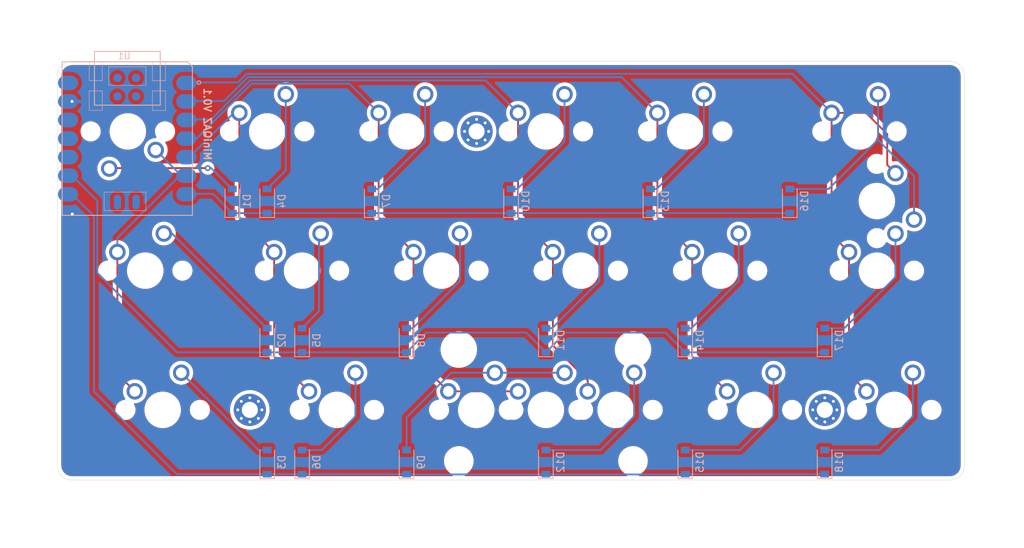
<source format=kicad_pcb>
(kicad_pcb (version 20171130) (host pcbnew 5.1.9)
  (layers (0 F.Cu signal) (31 B.Cu signal) (34 B.Paste user) (35 F.Paste user) (36 B.SilkS user) (37 F.SilkS user) (38 B.Mask user) (39 F.Mask user) (44 Edge.Cuts user))
  (net 0 "")
  (net 1 "Net-(D1-Pad2)")
  (net 2 row0)
  (net 3 "Net-(D2-Pad2)")
  (net 4 row1)
  (net 5 "Net-(D3-Pad2)")
  (net 6 row2)
  (net 7 "Net-(D4-Pad2)")
  (net 8 "Net-(D5-Pad2)")
  (net 9 "Net-(D6-Pad2)")
  (net 10 "Net-(D7-Pad2)")
  (net 11 "Net-(D8-Pad2)")
  (net 12 srow)
  (net 13 "Net-(D10-Pad2)")
  (net 14 "Net-(D11-Pad2)")
  (net 15 "Net-(D12-Pad2)")
  (net 16 "Net-(D13-Pad2)")
  (net 17 "Net-(D14-Pad2)")
  (net 18 "Net-(D15-Pad2)")
  (net 19 erow)
  (net 20 "Net-(D17-Pad2)")
  (net 21 "Net-(D18-Pad2)")
  (net 22 +3V3)
  (net 23 GND)
  (net 24 +5V)
  (net 25 col0)
  (net 26 col1)
  (net 27 col2)
  (net 28 col3)
  (net 29 col4)
  (net 30 col5)
  (net 31 "Net-(U1-Pad20)")
  (net 32 "Net-(U1-Pad19)")
  (net 33 "Net-(U1-Pad18)")
  (net 34 "Net-(U1-Pad17)")
  (net 35 "Net-(U1-Pad16)")
  (net 36 "Net-(U1-Pad15)")
  (net 37 "Net-(U1-Pad11)")
  (net 38 "Net-(U1-Pad10)")
  (module "Seeeduino XIAO KICAD:Seeeduino XIAO-MOUDLE14P-2.54-21X17.8MM" (layer B.Cu) (at 142.475 78.98125 180)
    (fp_text reference U1 (at 0.50927 11.303 180) (layer B.SilkS) (effects (font (size 0.889 0.889) (thickness 0.1016)) (justify mirror)))
    (fp_text value " " hide)
    (fp_line (start -2.47523 7.3025) (end 2.60477 7.3025) (layer B.SilkS) (width 0.06604))
    (fp_line (start 2.60477 7.3025) (end 2.60477 9.8425) (layer B.SilkS) (width 0.06604))
    (fp_line (start -2.47523 9.8425) (end 2.60477 9.8425) (layer B.SilkS) (width 0.06604))
    (fp_line (start -2.47523 7.3025) (end -2.47523 9.8425) (layer B.SilkS) (width 0.06604))
    (fp_line (start -2.47523 -9.8425) (end 3.23977 -9.8425) (layer B.SilkS) (width 0.06604))
    (fp_line (start 3.23977 -9.8425) (end 3.23977 -7.3025) (layer B.SilkS) (width 0.06604))
    (fp_line (start -2.47523 -7.3025) (end 3.23977 -7.3025) (layer B.SilkS) (width 0.06604))
    (fp_line (start -2.47523 -9.8425) (end -2.47523 -7.3025) (layer B.SilkS) (width 0.06604))
    (fp_line (start -5.14223 7.9375) (end -3.36423 7.9375) (layer B.SilkS) (width 0.06604))
    (fp_line (start -3.36423 7.9375) (end -3.36423 10.6045) (layer B.SilkS) (width 0.06604))
    (fp_line (start -5.14223 10.6045) (end -3.36423 10.6045) (layer B.SilkS) (width 0.06604))
    (fp_line (start -5.14223 7.9375) (end -5.14223 10.6045) (layer B.SilkS) (width 0.06604))
    (fp_line (start -5.14223 3.87096) (end -3.36423 3.87096) (layer B.SilkS) (width 0.06604))
    (fp_line (start -3.36423 3.87096) (end -3.36423 6.5405) (layer B.SilkS) (width 0.06604))
    (fp_line (start -5.14223 6.5405) (end -3.36423 6.5405) (layer B.SilkS) (width 0.06604))
    (fp_line (start -5.14223 3.87096) (end -5.14223 6.5405) (layer B.SilkS) (width 0.06604))
    (fp_line (start 3.49377 3.87096) (end 5.27177 3.87096) (layer B.SilkS) (width 0.06604))
    (fp_line (start 5.27177 3.87096) (end 5.27177 6.5405) (layer B.SilkS) (width 0.06604))
    (fp_line (start 3.49377 6.5405) (end 5.27177 6.5405) (layer B.SilkS) (width 0.06604))
    (fp_line (start 3.49377 3.87096) (end 3.49377 6.5405) (layer B.SilkS) (width 0.06604))
    (fp_line (start 3.49377 7.9375) (end 5.27177 7.9375) (layer B.SilkS) (width 0.06604))
    (fp_line (start 5.27177 7.9375) (end 5.27177 10.6045) (layer B.SilkS) (width 0.06604))
    (fp_line (start 3.49377 10.6045) (end 5.27177 10.6045) (layer B.SilkS) (width 0.06604))
    (fp_line (start 3.49377 7.9375) (end 3.49377 10.6045) (layer B.SilkS) (width 0.06604))
    (fp_line (start -8.82523 -10.4775) (end 8.97255 -10.4775) (layer B.SilkS) (width 0.127))
    (fp_line (start 8.97255 -10.4775) (end 8.97255 10.52068) (layer B.SilkS) (width 0.127))
    (fp_line (start 8.97255 10.52068) (end -8.15467 10.52068) (layer B.SilkS) (width 0.127))
    (fp_line (start -8.15467 10.52068) (end -8.82523 9.85012) (layer B.SilkS) (width 0.127))
    (fp_line (start -8.82523 9.85012) (end -8.82523 -10.4775) (layer B.SilkS) (width 0.127))
    (fp_line (start -4.42595 11.94562) (end 4.56819 11.94562) (layer B.SilkS) (width 0.127))
    (fp_line (start 4.56819 11.94562) (end 4.56819 4.59232) (layer B.SilkS) (width 0.127))
    (fp_line (start 4.56819 4.59232) (end -4.43103 4.59232) (layer B.SilkS) (width 0.127))
    (fp_line (start -4.43103 4.59232) (end -4.43103 11.94562) (layer B.SilkS) (width 0.127))
    (fp_circle (center -9.71423 7.6835) (end -9.71423 7.9375) (layer B.SilkS) (width 0.1))
    (pad 20 smd circle (at 1.413573 5.786687 90) (size 1.143 1.143) (layers B.Cu B.Paste B.Mask) (net 31 "Net-(U1-Pad20)"))
    (pad 19 smd circle (at -1.126427 5.786687 90) (size 1.143 1.143) (layers B.Cu B.Paste B.Mask) (net 32 "Net-(U1-Pad19)"))
    (pad 18 smd circle (at 1.413573 8.326687 90) (size 1.143 1.143) (layers B.Cu B.Paste B.Mask) (net 33 "Net-(U1-Pad18)"))
    (pad 17 smd circle (at -1.126427 8.326687 90) (size 1.143 1.143) (layers B.Cu B.Paste B.Mask) (net 34 "Net-(U1-Pad17)"))
    (pad 16 smd oval (at 1.42477 -8.6775 90) (size 2.032 1.016) (layers B.Cu B.Paste B.Mask) (net 35 "Net-(U1-Pad16)"))
    (pad 15 smd oval (at -1.12523 -8.6775 90) (size 2.032 1.016) (layers B.Cu B.Paste B.Mask) (net 36 "Net-(U1-Pad15)"))
    (pad 1 smd oval (at -7.99211 7.64032 180) (size 2.74828 1.99898) (layers B.Cu B.Paste B.Mask) (net 30 col5))
    (pad 2 smd oval (at -7.99211 5.10032 180) (size 2.74828 1.99898) (layers B.Cu B.Paste B.Mask) (net 29 col4))
    (pad 3 smd oval (at -7.99211 2.56032 180) (size 2.74828 1.99898) (layers B.Cu B.Paste B.Mask) (net 28 col3))
    (pad 4 smd oval (at -7.99211 0.02032 180) (size 2.74828 1.99898) (layers B.Cu B.Paste B.Mask) (net 27 col2))
    (pad 5 smd oval (at -7.99211 -2.51968 180) (size 2.74828 1.99898) (layers B.Cu B.Paste B.Mask) (net 26 col1))
    (pad 6 smd oval (at -7.99211 -5.05968 180) (size 2.74828 1.99898) (layers B.Cu B.Paste B.Mask) (net 25 col0))
    (pad 7 smd oval (at -7.99211 -7.59968 180) (size 2.74828 1.99898) (layers B.Cu B.Paste B.Mask) (net 2 row0))
    (pad 8 smd oval (at 8.17245 -7.59968 180) (size 2.74828 1.99898) (layers B.Cu B.Paste B.Mask) (net 6 row2))
    (pad 9 smd oval (at 8.17245 -5.05968 180) (size 2.74828 1.99898) (layers B.Cu B.Paste B.Mask) (net 4 row1))
    (pad 10 smd oval (at 8.17245 -2.51968 180) (size 2.74828 1.99898) (layers B.Cu B.Paste B.Mask) (net 38 "Net-(U1-Pad10)"))
    (pad 11 smd oval (at 8.17245 0.02032 180) (size 2.74828 1.99898) (layers B.Cu B.Paste B.Mask) (net 37 "Net-(U1-Pad11)"))
    (pad 12 smd oval (at 8.17245 2.56032 180) (size 2.74828 1.99898) (layers B.Cu B.Paste B.Mask) (net 22 +3V3))
    (pad 13 smd oval (at 8.17245 5.10032 180) (size 2.74828 1.99898) (layers B.Cu B.Paste B.Mask) (net 23 GND))
    (pad 14 smd oval (at 8.17245 7.64032 180) (size 2.74828 1.99898) (layers B.Cu B.Paste B.Mask) (net 24 +5V))
  )
  (module graphics:mangoiv_solder (layer B.Cu) (at 132.85 120.58125 180)
    (fp_text reference G*** hide)
    (fp_text value LOGO hide)
  )
  (module MountingHole:MountingHole_2.2mm_M2_Pad_Via (layer F.Cu) (at 159.15 116.08125)
    (fp_text reference " " (at 0 -3.2) (layer F.SilkS))
    (fp_text value MountingHole_2.2mm_M2_Pad_Via)
    (pad 1 thru_hole circle (at 1.166726 -1.166726) (size 0.7 0.7) (drill 0.4) (layers *.Cu *.Mask))
    (pad 1 thru_hole circle (at 0 -1.65) (size 0.7 0.7) (drill 0.4) (layers *.Cu *.Mask))
    (pad 1 thru_hole circle (at -1.166726 -1.166726) (size 0.7 0.7) (drill 0.4) (layers *.Cu *.Mask))
    (pad 1 thru_hole circle (at -1.65 0) (size 0.7 0.7) (drill 0.4) (layers *.Cu *.Mask))
    (pad 1 thru_hole circle (at -1.166726 1.166726) (size 0.7 0.7) (drill 0.4) (layers *.Cu *.Mask))
    (pad 1 thru_hole circle (at 0 1.65) (size 0.7 0.7) (drill 0.4) (layers *.Cu *.Mask))
    (pad 1 thru_hole circle (at 1.166726 1.166726) (size 0.7 0.7) (drill 0.4) (layers *.Cu *.Mask))
    (pad 1 thru_hole circle (at 1.65 0) (size 0.7 0.7) (drill 0.4) (layers *.Cu *.Mask))
    (pad 1 thru_hole circle (at 0 0) (size 4.4 4.4) (drill 2.2) (layers *.Cu *.Mask))
  )
  (module MountingHole:MountingHole_2.2mm_M2_Pad_Via (layer F.Cu) (at 237.75 116.08125)
    (fp_text reference " " (at 0 -3.2) (layer F.SilkS))
    (fp_text value MountingHole_2.2mm_M2_Pad_Via)
    (pad 1 thru_hole circle (at 1.166726 -1.166726) (size 0.7 0.7) (drill 0.4) (layers *.Cu *.Mask))
    (pad 1 thru_hole circle (at 0 -1.65) (size 0.7 0.7) (drill 0.4) (layers *.Cu *.Mask))
    (pad 1 thru_hole circle (at -1.166726 -1.166726) (size 0.7 0.7) (drill 0.4) (layers *.Cu *.Mask))
    (pad 1 thru_hole circle (at -1.65 0) (size 0.7 0.7) (drill 0.4) (layers *.Cu *.Mask))
    (pad 1 thru_hole circle (at -1.166726 1.166726) (size 0.7 0.7) (drill 0.4) (layers *.Cu *.Mask))
    (pad 1 thru_hole circle (at 0 1.65) (size 0.7 0.7) (drill 0.4) (layers *.Cu *.Mask))
    (pad 1 thru_hole circle (at 1.166726 1.166726) (size 0.7 0.7) (drill 0.4) (layers *.Cu *.Mask))
    (pad 1 thru_hole circle (at 1.65 0) (size 0.7 0.7) (drill 0.4) (layers *.Cu *.Mask))
    (pad 1 thru_hole circle (at 0 0) (size 4.4 4.4) (drill 2.2) (layers *.Cu *.Mask))
  )
  (module MountingHole:MountingHole_2.2mm_M2_Pad_Via (layer F.Cu) (at 190.15 77.98125)
    (fp_text reference " " (at 0 -3.2) (layer F.SilkS))
    (fp_text value MountingHole_2.2mm_M2_Pad_Via)
    (pad 1 thru_hole circle (at 1.166726 -1.166726) (size 0.7 0.7) (drill 0.4) (layers *.Cu *.Mask))
    (pad 1 thru_hole circle (at 0 -1.65) (size 0.7 0.7) (drill 0.4) (layers *.Cu *.Mask))
    (pad 1 thru_hole circle (at -1.166726 -1.166726) (size 0.7 0.7) (drill 0.4) (layers *.Cu *.Mask))
    (pad 1 thru_hole circle (at -1.65 0) (size 0.7 0.7) (drill 0.4) (layers *.Cu *.Mask))
    (pad 1 thru_hole circle (at -1.166726 1.166726) (size 0.7 0.7) (drill 0.4) (layers *.Cu *.Mask))
    (pad 1 thru_hole circle (at 0 1.65) (size 0.7 0.7) (drill 0.4) (layers *.Cu *.Mask))
    (pad 1 thru_hole circle (at 1.166726 1.166726) (size 0.7 0.7) (drill 0.4) (layers *.Cu *.Mask))
    (pad 1 thru_hole circle (at 1.65 0) (size 0.7 0.7) (drill 0.4) (layers *.Cu *.Mask))
    (pad 1 thru_hole circle (at 0 0) (size 4.4 4.4) (drill 2.2) (layers *.Cu *.Mask))
  )
  (module MX_Alps_Hybrid:MXOnly-2U-ReversedStabilizers-NoLED (layer F.Cu) (at 199.625 116.08125)
    (fp_text reference MX19)
    (fp_text value MX-NoLED)
    (pad 2 thru_hole circle (at 2.54 -5.08) (size 2.25 2.25) (drill 1.47) (layers *.Cu B.Mask) (net 12 srow))
    (pad "" np_thru_hole circle (at 0 0) (size 3.9878 3.9878) (drill 3.9878) (layers *.Cu *.Mask))
    (pad 1 thru_hole circle (at -3.81 -2.54) (size 2.25 2.25) (drill 1.47) (layers *.Cu B.Mask) (net 27 col2))
    (pad "" np_thru_hole circle (at -5.08 0 48.0996) (size 1.75 1.75) (drill 1.75) (layers *.Cu *.Mask))
    (pad "" np_thru_hole circle (at 5.08 0 48.0996) (size 1.75 1.75) (drill 1.75) (layers *.Cu *.Mask))
    (pad "" np_thru_hole circle (at -11.90625 6.985) (size 3.048 3.048) (drill 3.048) (layers *.Cu *.Mask))
    (pad "" np_thru_hole circle (at 11.90625 6.985) (size 3.048 3.048) (drill 3.048) (layers *.Cu *.Mask))
    (pad "" np_thru_hole circle (at -11.90625 -8.255) (size 3.9878 3.9878) (drill 3.9878) (layers *.Cu *.Mask))
    (pad "" np_thru_hole circle (at 11.90625 -8.255) (size 3.9878 3.9878) (drill 3.9878) (layers *.Cu *.Mask))
  )
  (module MX_Alps_Hybrid:MXOnly-1U-NoLED (layer F.Cu) (at 244.86875 87.50625 270)
    (fp_text reference MX20)
    (fp_text value MX-NoLED)
    (pad 2 thru_hole circle (at 2.54 -5.08 270) (size 2.25 2.25) (drill 1.47) (layers *.Cu B.Mask) (net 19 erow))
    (pad "" np_thru_hole circle (at 0 0 270) (size 3.9878 3.9878) (drill 3.9878) (layers *.Cu *.Mask))
    (pad 1 thru_hole circle (at -3.81 -2.54 270) (size 2.25 2.25) (drill 1.47) (layers *.Cu B.Mask) (net 30 col5))
    (pad "" np_thru_hole circle (at -5.08 0 318.0996) (size 1.75 1.75) (drill 1.75) (layers *.Cu *.Mask))
    (pad "" np_thru_hole circle (at 5.08 0 318.0996) (size 1.75 1.75) (drill 1.75) (layers *.Cu *.Mask))
  )
  (module Diode_SMD:D_SOD-123 (layer B.Cu) (at 156.7625 87.50625 90)
    (fp_text reference D1 (at 0 2 -90) (layer B.SilkS) (effects (justify mirror)))
    (fp_text value D_Small)
    (fp_line (start -2.25 1) (end 1.65 1) (layer B.SilkS) (width 0.12))
    (fp_line (start -2.25 -1) (end 1.65 -1) (layer B.SilkS) (width 0.12))
    (fp_line (start -2.25 1) (end -2.25 -1) (layer B.SilkS) (width 0.12))
    (pad 2 smd rect (at 1.65 0 90) (size 0.9 1.2) (layers B.Cu B.Paste B.Mask) (net 1 "Net-(D1-Pad2)"))
    (pad 1 smd rect (at -1.65 0 90) (size 0.9 1.2) (layers B.Cu B.Paste B.Mask) (net 2 row0))
  )
  (module MX_Alps_Hybrid:MXOnly-1U-NoLED (layer F.Cu) (at 247.25 116.08125)
    (fp_text reference MX18)
    (fp_text value MX-NoLED)
    (pad 2 thru_hole circle (at 2.54 -5.08) (size 2.25 2.25) (drill 1.47) (layers *.Cu B.Mask) (net 21 "Net-(D18-Pad2)"))
    (pad "" np_thru_hole circle (at 0 0) (size 3.9878 3.9878) (drill 3.9878) (layers *.Cu *.Mask))
    (pad 1 thru_hole circle (at -3.81 -2.54) (size 2.25 2.25) (drill 1.47) (layers *.Cu B.Mask) (net 30 col5))
    (pad "" np_thru_hole circle (at -5.08 0 48.0996) (size 1.75 1.75) (drill 1.75) (layers *.Cu *.Mask))
    (pad "" np_thru_hole circle (at 5.08 0 48.0996) (size 1.75 1.75) (drill 1.75) (layers *.Cu *.Mask))
  )
  (module MX_Alps_Hybrid:MXOnly-1.25U-NoLED (layer F.Cu) (at 244.86875 97.03125)
    (fp_text reference MX17)
    (fp_text value MX-NoLED)
    (pad 2 thru_hole circle (at 2.54 -5.08) (size 2.25 2.25) (drill 1.47) (layers *.Cu B.Mask) (net 20 "Net-(D17-Pad2)"))
    (pad "" np_thru_hole circle (at 0 0) (size 3.9878 3.9878) (drill 3.9878) (layers *.Cu *.Mask))
    (pad 1 thru_hole circle (at -3.81 -2.54) (size 2.25 2.25) (drill 1.47) (layers *.Cu B.Mask) (net 30 col5))
    (pad "" np_thru_hole circle (at -5.08 0 48.0996) (size 1.75 1.75) (drill 1.75) (layers *.Cu *.Mask))
    (pad "" np_thru_hole circle (at 5.08 0 48.0996) (size 1.75 1.75) (drill 1.75) (layers *.Cu *.Mask))
  )
  (module MX_Alps_Hybrid:MXOnly-1.5U-NoLED (layer F.Cu) (at 242.4875 77.98125)
    (fp_text reference MX16)
    (fp_text value MX-NoLED)
    (pad 2 thru_hole circle (at 2.54 -5.08) (size 2.25 2.25) (drill 1.47) (layers *.Cu B.Mask) (net 19 erow))
    (pad "" np_thru_hole circle (at 0 0) (size 3.9878 3.9878) (drill 3.9878) (layers *.Cu *.Mask))
    (pad 1 thru_hole circle (at -3.81 -2.54) (size 2.25 2.25) (drill 1.47) (layers *.Cu B.Mask) (net 30 col5))
    (pad "" np_thru_hole circle (at -5.08 0 48.0996) (size 1.75 1.75) (drill 1.75) (layers *.Cu *.Mask))
    (pad "" np_thru_hole circle (at 5.08 0 48.0996) (size 1.75 1.75) (drill 1.75) (layers *.Cu *.Mask))
  )
  (module MX_Alps_Hybrid:MXOnly-1U-NoLED (layer F.Cu) (at 228.2 116.08125)
    (fp_text reference MX15)
    (fp_text value MX-NoLED)
    (pad 2 thru_hole circle (at 2.54 -5.08) (size 2.25 2.25) (drill 1.47) (layers *.Cu B.Mask) (net 18 "Net-(D15-Pad2)"))
    (pad "" np_thru_hole circle (at 0 0) (size 3.9878 3.9878) (drill 3.9878) (layers *.Cu *.Mask))
    (pad 1 thru_hole circle (at -3.81 -2.54) (size 2.25 2.25) (drill 1.47) (layers *.Cu B.Mask) (net 29 col4))
    (pad "" np_thru_hole circle (at -5.08 0 48.0996) (size 1.75 1.75) (drill 1.75) (layers *.Cu *.Mask))
    (pad "" np_thru_hole circle (at 5.08 0 48.0996) (size 1.75 1.75) (drill 1.75) (layers *.Cu *.Mask))
  )
  (module MX_Alps_Hybrid:MXOnly-1U-NoLED (layer F.Cu) (at 223.4375 97.03125)
    (fp_text reference MX14)
    (fp_text value MX-NoLED)
    (pad 2 thru_hole circle (at 2.54 -5.08) (size 2.25 2.25) (drill 1.47) (layers *.Cu B.Mask) (net 17 "Net-(D14-Pad2)"))
    (pad "" np_thru_hole circle (at 0 0) (size 3.9878 3.9878) (drill 3.9878) (layers *.Cu *.Mask))
    (pad 1 thru_hole circle (at -3.81 -2.54) (size 2.25 2.25) (drill 1.47) (layers *.Cu B.Mask) (net 29 col4))
    (pad "" np_thru_hole circle (at -5.08 0 48.0996) (size 1.75 1.75) (drill 1.75) (layers *.Cu *.Mask))
    (pad "" np_thru_hole circle (at 5.08 0 48.0996) (size 1.75 1.75) (drill 1.75) (layers *.Cu *.Mask))
  )
  (module MX_Alps_Hybrid:MXOnly-1U-NoLED (layer F.Cu) (at 218.675 77.98125)
    (fp_text reference MX13)
    (fp_text value MX-NoLED)
    (pad 2 thru_hole circle (at 2.54 -5.08) (size 2.25 2.25) (drill 1.47) (layers *.Cu B.Mask) (net 16 "Net-(D13-Pad2)"))
    (pad "" np_thru_hole circle (at 0 0) (size 3.9878 3.9878) (drill 3.9878) (layers *.Cu *.Mask))
    (pad 1 thru_hole circle (at -3.81 -2.54) (size 2.25 2.25) (drill 1.47) (layers *.Cu B.Mask) (net 29 col4))
    (pad "" np_thru_hole circle (at -5.08 0 48.0996) (size 1.75 1.75) (drill 1.75) (layers *.Cu *.Mask))
    (pad "" np_thru_hole circle (at 5.08 0 48.0996) (size 1.75 1.75) (drill 1.75) (layers *.Cu *.Mask))
  )
  (module MX_Alps_Hybrid:MXOnly-1U-NoLED (layer F.Cu) (at 209.15 116.08125)
    (fp_text reference MX12)
    (fp_text value MX-NoLED)
    (pad 2 thru_hole circle (at 2.54 -5.08) (size 2.25 2.25) (drill 1.47) (layers *.Cu B.Mask) (net 15 "Net-(D12-Pad2)"))
    (pad "" np_thru_hole circle (at 0 0) (size 3.9878 3.9878) (drill 3.9878) (layers *.Cu *.Mask))
    (pad 1 thru_hole circle (at -3.81 -2.54) (size 2.25 2.25) (drill 1.47) (layers *.Cu B.Mask) (net 28 col3))
    (pad "" np_thru_hole circle (at -5.08 0 48.0996) (size 1.75 1.75) (drill 1.75) (layers *.Cu *.Mask))
    (pad "" np_thru_hole circle (at 5.08 0 48.0996) (size 1.75 1.75) (drill 1.75) (layers *.Cu *.Mask))
  )
  (module MX_Alps_Hybrid:MXOnly-1U-NoLED (layer F.Cu) (at 204.3875 97.03125)
    (fp_text reference MX11)
    (fp_text value MX-NoLED)
    (pad 2 thru_hole circle (at 2.54 -5.08) (size 2.25 2.25) (drill 1.47) (layers *.Cu B.Mask) (net 14 "Net-(D11-Pad2)"))
    (pad "" np_thru_hole circle (at 0 0) (size 3.9878 3.9878) (drill 3.9878) (layers *.Cu *.Mask))
    (pad 1 thru_hole circle (at -3.81 -2.54) (size 2.25 2.25) (drill 1.47) (layers *.Cu B.Mask) (net 28 col3))
    (pad "" np_thru_hole circle (at -5.08 0 48.0996) (size 1.75 1.75) (drill 1.75) (layers *.Cu *.Mask))
    (pad "" np_thru_hole circle (at 5.08 0 48.0996) (size 1.75 1.75) (drill 1.75) (layers *.Cu *.Mask))
  )
  (module MX_Alps_Hybrid:MXOnly-1U-NoLED (layer F.Cu) (at 199.625 77.98125)
    (fp_text reference MX10)
    (fp_text value MX-NoLED)
    (pad 2 thru_hole circle (at 2.54 -5.08) (size 2.25 2.25) (drill 1.47) (layers *.Cu B.Mask) (net 13 "Net-(D10-Pad2)"))
    (pad "" np_thru_hole circle (at 0 0) (size 3.9878 3.9878) (drill 3.9878) (layers *.Cu *.Mask))
    (pad 1 thru_hole circle (at -3.81 -2.54) (size 2.25 2.25) (drill 1.47) (layers *.Cu B.Mask) (net 28 col3))
    (pad "" np_thru_hole circle (at -5.08 0 48.0996) (size 1.75 1.75) (drill 1.75) (layers *.Cu *.Mask))
    (pad "" np_thru_hole circle (at 5.08 0 48.0996) (size 1.75 1.75) (drill 1.75) (layers *.Cu *.Mask))
  )
  (module MX_Alps_Hybrid:MXOnly-1U-NoLED (layer F.Cu) (at 190.1 116.08125)
    (fp_text reference MX9)
    (fp_text value MX-NoLED)
    (pad 2 thru_hole circle (at 2.54 -5.08) (size 2.25 2.25) (drill 1.47) (layers *.Cu B.Mask) (net 12 srow))
    (pad "" np_thru_hole circle (at 0 0) (size 3.9878 3.9878) (drill 3.9878) (layers *.Cu *.Mask))
    (pad 1 thru_hole circle (at -3.81 -2.54) (size 2.25 2.25) (drill 1.47) (layers *.Cu B.Mask) (net 27 col2))
    (pad "" np_thru_hole circle (at -5.08 0 48.0996) (size 1.75 1.75) (drill 1.75) (layers *.Cu *.Mask))
    (pad "" np_thru_hole circle (at 5.08 0 48.0996) (size 1.75 1.75) (drill 1.75) (layers *.Cu *.Mask))
  )
  (module MX_Alps_Hybrid:MXOnly-1U-NoLED (layer F.Cu) (at 185.3375 97.03125)
    (fp_text reference MX8)
    (fp_text value MX-NoLED)
    (pad 2 thru_hole circle (at 2.54 -5.08) (size 2.25 2.25) (drill 1.47) (layers *.Cu B.Mask) (net 11 "Net-(D8-Pad2)"))
    (pad "" np_thru_hole circle (at 0 0) (size 3.9878 3.9878) (drill 3.9878) (layers *.Cu *.Mask))
    (pad 1 thru_hole circle (at -3.81 -2.54) (size 2.25 2.25) (drill 1.47) (layers *.Cu B.Mask) (net 27 col2))
    (pad "" np_thru_hole circle (at -5.08 0 48.0996) (size 1.75 1.75) (drill 1.75) (layers *.Cu *.Mask))
    (pad "" np_thru_hole circle (at 5.08 0 48.0996) (size 1.75 1.75) (drill 1.75) (layers *.Cu *.Mask))
  )
  (module MX_Alps_Hybrid:MXOnly-1U-NoLED (layer F.Cu) (at 180.575 77.98125)
    (fp_text reference MX7)
    (fp_text value MX-NoLED)
    (pad 2 thru_hole circle (at 2.54 -5.08) (size 2.25 2.25) (drill 1.47) (layers *.Cu B.Mask) (net 10 "Net-(D7-Pad2)"))
    (pad "" np_thru_hole circle (at 0 0) (size 3.9878 3.9878) (drill 3.9878) (layers *.Cu *.Mask))
    (pad 1 thru_hole circle (at -3.81 -2.54) (size 2.25 2.25) (drill 1.47) (layers *.Cu B.Mask) (net 27 col2))
    (pad "" np_thru_hole circle (at -5.08 0 48.0996) (size 1.75 1.75) (drill 1.75) (layers *.Cu *.Mask))
    (pad "" np_thru_hole circle (at 5.08 0 48.0996) (size 1.75 1.75) (drill 1.75) (layers *.Cu *.Mask))
  )
  (module MX_Alps_Hybrid:MXOnly-1U-NoLED (layer F.Cu) (at 171.05 116.08125)
    (fp_text reference MX6)
    (fp_text value MX-NoLED)
    (pad 2 thru_hole circle (at 2.54 -5.08) (size 2.25 2.25) (drill 1.47) (layers *.Cu B.Mask) (net 9 "Net-(D6-Pad2)"))
    (pad "" np_thru_hole circle (at 0 0) (size 3.9878 3.9878) (drill 3.9878) (layers *.Cu *.Mask))
    (pad 1 thru_hole circle (at -3.81 -2.54) (size 2.25 2.25) (drill 1.47) (layers *.Cu B.Mask) (net 26 col1))
    (pad "" np_thru_hole circle (at -5.08 0 48.0996) (size 1.75 1.75) (drill 1.75) (layers *.Cu *.Mask))
    (pad "" np_thru_hole circle (at 5.08 0 48.0996) (size 1.75 1.75) (drill 1.75) (layers *.Cu *.Mask))
  )
  (module MX_Alps_Hybrid:MXOnly-1U-NoLED (layer F.Cu) (at 166.2875 97.03125)
    (fp_text reference MX5)
    (fp_text value MX-NoLED)
    (pad 2 thru_hole circle (at 2.54 -5.08) (size 2.25 2.25) (drill 1.47) (layers *.Cu B.Mask) (net 8 "Net-(D5-Pad2)"))
    (pad "" np_thru_hole circle (at 0 0) (size 3.9878 3.9878) (drill 3.9878) (layers *.Cu *.Mask))
    (pad 1 thru_hole circle (at -3.81 -2.54) (size 2.25 2.25) (drill 1.47) (layers *.Cu B.Mask) (net 26 col1))
    (pad "" np_thru_hole circle (at -5.08 0 48.0996) (size 1.75 1.75) (drill 1.75) (layers *.Cu *.Mask))
    (pad "" np_thru_hole circle (at 5.08 0 48.0996) (size 1.75 1.75) (drill 1.75) (layers *.Cu *.Mask))
  )
  (module MX_Alps_Hybrid:MXOnly-1U-NoLED (layer F.Cu) (at 161.525 77.98125)
    (fp_text reference MX4)
    (fp_text value MX-NoLED)
    (pad 2 thru_hole circle (at 2.54 -5.08) (size 2.25 2.25) (drill 1.47) (layers *.Cu B.Mask) (net 7 "Net-(D4-Pad2)"))
    (pad "" np_thru_hole circle (at 0 0) (size 3.9878 3.9878) (drill 3.9878) (layers *.Cu *.Mask))
    (pad 1 thru_hole circle (at -3.81 -2.54) (size 2.25 2.25) (drill 1.47) (layers *.Cu B.Mask) (net 26 col1))
    (pad "" np_thru_hole circle (at -5.08 0 48.0996) (size 1.75 1.75) (drill 1.75) (layers *.Cu *.Mask))
    (pad "" np_thru_hole circle (at 5.08 0 48.0996) (size 1.75 1.75) (drill 1.75) (layers *.Cu *.Mask))
  )
  (module MX_Alps_Hybrid:MXOnly-1.5U-NoLED (layer F.Cu) (at 147.2375 116.08125)
    (fp_text reference MX3)
    (fp_text value MX-NoLED)
    (pad 2 thru_hole circle (at 2.54 -5.08) (size 2.25 2.25) (drill 1.47) (layers *.Cu B.Mask) (net 5 "Net-(D3-Pad2)"))
    (pad "" np_thru_hole circle (at 0 0) (size 3.9878 3.9878) (drill 3.9878) (layers *.Cu *.Mask))
    (pad 1 thru_hole circle (at -3.81 -2.54) (size 2.25 2.25) (drill 1.47) (layers *.Cu B.Mask) (net 25 col0))
    (pad "" np_thru_hole circle (at -5.08 0 48.0996) (size 1.75 1.75) (drill 1.75) (layers *.Cu *.Mask))
    (pad "" np_thru_hole circle (at 5.08 0 48.0996) (size 1.75 1.75) (drill 1.75) (layers *.Cu *.Mask))
  )
  (module MX_Alps_Hybrid:MXOnly-1.25U-NoLED (layer F.Cu) (at 144.85625 97.03125)
    (fp_text reference MX2)
    (fp_text value MX-NoLED)
    (pad 2 thru_hole circle (at 2.54 -5.08) (size 2.25 2.25) (drill 1.47) (layers *.Cu B.Mask) (net 3 "Net-(D2-Pad2)"))
    (pad "" np_thru_hole circle (at 0 0) (size 3.9878 3.9878) (drill 3.9878) (layers *.Cu *.Mask))
    (pad 1 thru_hole circle (at -3.81 -2.54) (size 2.25 2.25) (drill 1.47) (layers *.Cu B.Mask) (net 25 col0))
    (pad "" np_thru_hole circle (at -5.08 0 48.0996) (size 1.75 1.75) (drill 1.75) (layers *.Cu *.Mask))
    (pad "" np_thru_hole circle (at 5.08 0 48.0996) (size 1.75 1.75) (drill 1.75) (layers *.Cu *.Mask))
  )
  (module MX_Alps_Hybrid:MXOnly-1U-NoLED (layer F.Cu) (at 142.475 77.98125 180)
    (fp_text reference MX1)
    (fp_text value MX-NoLED)
    (pad 2 thru_hole circle (at 2.54 -5.08 180) (size 2.25 2.25) (drill 1.47) (layers *.Cu B.Mask) (net 1 "Net-(D1-Pad2)"))
    (pad "" np_thru_hole circle (at 0 0 180) (size 3.9878 3.9878) (drill 3.9878) (layers *.Cu *.Mask))
    (pad 1 thru_hole circle (at -3.81 -2.54 180) (size 2.25 2.25) (drill 1.47) (layers *.Cu B.Mask) (net 25 col0))
    (pad "" np_thru_hole circle (at -5.08 0 228.0996) (size 1.75 1.75) (drill 1.75) (layers *.Cu *.Mask))
    (pad "" np_thru_hole circle (at 5.08 0 228.0996) (size 1.75 1.75) (drill 1.75) (layers *.Cu *.Mask))
  )
  (module Diode_SMD:D_SOD-123 (layer B.Cu) (at 237.725 123.225 90)
    (fp_text reference D18 (at 0 2 90) (layer B.SilkS) (effects (justify mirror)))
    (fp_text value D_Small)
    (fp_line (start -2.25 1) (end 1.65 1) (layer B.SilkS) (width 0.12))
    (fp_line (start -2.25 -1) (end 1.65 -1) (layer B.SilkS) (width 0.12))
    (fp_line (start -2.25 1) (end -2.25 -1) (layer B.SilkS) (width 0.12))
    (pad 2 smd rect (at 1.65 0 90) (size 0.9 1.2) (layers B.Cu B.Paste B.Mask) (net 21 "Net-(D18-Pad2)"))
    (pad 1 smd rect (at -1.65 0 90) (size 0.9 1.2) (layers B.Cu B.Paste B.Mask) (net 6 row2))
  )
  (module Diode_SMD:D_SOD-123 (layer B.Cu) (at 237.725 106.55625 90)
    (fp_text reference D17 (at 0 2 90) (layer B.SilkS) (effects (justify mirror)))
    (fp_text value D_Small)
    (fp_line (start -2.25 1) (end 1.65 1) (layer B.SilkS) (width 0.12))
    (fp_line (start -2.25 -1) (end 1.65 -1) (layer B.SilkS) (width 0.12))
    (fp_line (start -2.25 1) (end -2.25 -1) (layer B.SilkS) (width 0.12))
    (pad 2 smd rect (at 1.65 0 90) (size 0.9 1.2) (layers B.Cu B.Paste B.Mask) (net 20 "Net-(D17-Pad2)"))
    (pad 1 smd rect (at -1.65 0 90) (size 0.9 1.2) (layers B.Cu B.Paste B.Mask) (net 4 row1))
  )
  (module Diode_SMD:D_SOD-123 (layer B.Cu) (at 232.9625 87.50625 90)
    (fp_text reference D16 (at 0 2 90) (layer B.SilkS) (effects (justify mirror)))
    (fp_text value D_Small)
    (fp_line (start -2.25 1) (end 1.65 1) (layer B.SilkS) (width 0.12))
    (fp_line (start -2.25 -1) (end 1.65 -1) (layer B.SilkS) (width 0.12))
    (fp_line (start -2.25 1) (end -2.25 -1) (layer B.SilkS) (width 0.12))
    (pad 2 smd rect (at 1.65 0 90) (size 0.9 1.2) (layers B.Cu B.Paste B.Mask) (net 19 erow))
    (pad 1 smd rect (at -1.65 0 90) (size 0.9 1.2) (layers B.Cu B.Paste B.Mask) (net 2 row0))
  )
  (module Diode_SMD:D_SOD-123 (layer B.Cu) (at 218.675 123.225 90)
    (fp_text reference D15 (at 0 2 90) (layer B.SilkS) (effects (justify mirror)))
    (fp_text value D_Small)
    (fp_line (start -2.25 1) (end 1.65 1) (layer B.SilkS) (width 0.12))
    (fp_line (start -2.25 -1) (end 1.65 -1) (layer B.SilkS) (width 0.12))
    (fp_line (start -2.25 1) (end -2.25 -1) (layer B.SilkS) (width 0.12))
    (pad 2 smd rect (at 1.65 0 90) (size 0.9 1.2) (layers B.Cu B.Paste B.Mask) (net 18 "Net-(D15-Pad2)"))
    (pad 1 smd rect (at -1.65 0 90) (size 0.9 1.2) (layers B.Cu B.Paste B.Mask) (net 6 row2))
  )
  (module Diode_SMD:D_SOD-123 (layer B.Cu) (at 218.675 106.55625 90)
    (fp_text reference D14 (at 0 2 90) (layer B.SilkS) (effects (justify mirror)))
    (fp_text value D_Small)
    (fp_line (start -2.25 1) (end 1.65 1) (layer B.SilkS) (width 0.12))
    (fp_line (start -2.25 -1) (end 1.65 -1) (layer B.SilkS) (width 0.12))
    (fp_line (start -2.25 1) (end -2.25 -1) (layer B.SilkS) (width 0.12))
    (pad 2 smd rect (at 1.65 0 90) (size 0.9 1.2) (layers B.Cu B.Paste B.Mask) (net 17 "Net-(D14-Pad2)"))
    (pad 1 smd rect (at -1.65 0 90) (size 0.9 1.2) (layers B.Cu B.Paste B.Mask) (net 4 row1))
  )
  (module Diode_SMD:D_SOD-123 (layer B.Cu) (at 213.9125 87.50625 90)
    (fp_text reference D13 (at 0 2 90) (layer B.SilkS) (effects (justify mirror)))
    (fp_text value D_Small)
    (fp_line (start -2.25 1) (end 1.65 1) (layer B.SilkS) (width 0.12))
    (fp_line (start -2.25 -1) (end 1.65 -1) (layer B.SilkS) (width 0.12))
    (fp_line (start -2.25 1) (end -2.25 -1) (layer B.SilkS) (width 0.12))
    (pad 2 smd rect (at 1.65 0 90) (size 0.9 1.2) (layers B.Cu B.Paste B.Mask) (net 16 "Net-(D13-Pad2)"))
    (pad 1 smd rect (at -1.65 0 90) (size 0.9 1.2) (layers B.Cu B.Paste B.Mask) (net 2 row0))
  )
  (module Diode_SMD:D_SOD-123 (layer B.Cu) (at 199.625 123.225 90)
    (fp_text reference D12 (at 0 2 90) (layer B.SilkS) (effects (justify mirror)))
    (fp_text value D_Small)
    (fp_line (start -2.25 1) (end 1.65 1) (layer B.SilkS) (width 0.12))
    (fp_line (start -2.25 -1) (end 1.65 -1) (layer B.SilkS) (width 0.12))
    (fp_line (start -2.25 1) (end -2.25 -1) (layer B.SilkS) (width 0.12))
    (pad 2 smd rect (at 1.65 0 90) (size 0.9 1.2) (layers B.Cu B.Paste B.Mask) (net 15 "Net-(D12-Pad2)"))
    (pad 1 smd rect (at -1.65 0 90) (size 0.9 1.2) (layers B.Cu B.Paste B.Mask) (net 6 row2))
  )
  (module Diode_SMD:D_SOD-123 (layer B.Cu) (at 199.625 106.55625 90)
    (fp_text reference D11 (at 0 2 90) (layer B.SilkS) (effects (justify mirror)))
    (fp_text value D_Small)
    (fp_line (start -2.25 1) (end 1.65 1) (layer B.SilkS) (width 0.12))
    (fp_line (start -2.25 -1) (end 1.65 -1) (layer B.SilkS) (width 0.12))
    (fp_line (start -2.25 1) (end -2.25 -1) (layer B.SilkS) (width 0.12))
    (pad 2 smd rect (at 1.65 0 90) (size 0.9 1.2) (layers B.Cu B.Paste B.Mask) (net 14 "Net-(D11-Pad2)"))
    (pad 1 smd rect (at -1.65 0 90) (size 0.9 1.2) (layers B.Cu B.Paste B.Mask) (net 4 row1))
  )
  (module Diode_SMD:D_SOD-123 (layer B.Cu) (at 194.8625 87.50625 90)
    (fp_text reference D10 (at 0 2 90) (layer B.SilkS) (effects (justify mirror)))
    (fp_text value D_Small)
    (fp_line (start -2.25 1) (end 1.65 1) (layer B.SilkS) (width 0.12))
    (fp_line (start -2.25 -1) (end 1.65 -1) (layer B.SilkS) (width 0.12))
    (fp_line (start -2.25 1) (end -2.25 -1) (layer B.SilkS) (width 0.12))
    (pad 2 smd rect (at 1.65 0 90) (size 0.9 1.2) (layers B.Cu B.Paste B.Mask) (net 13 "Net-(D10-Pad2)"))
    (pad 1 smd rect (at -1.65 0 90) (size 0.9 1.2) (layers B.Cu B.Paste B.Mask) (net 2 row0))
  )
  (module Diode_SMD:D_SOD-123 (layer B.Cu) (at 180.575 123.225 90)
    (fp_text reference D9 (at 0 2 90) (layer B.SilkS) (effects (justify mirror)))
    (fp_text value D_Small)
    (fp_line (start -2.25 1) (end 1.65 1) (layer B.SilkS) (width 0.12))
    (fp_line (start -2.25 -1) (end 1.65 -1) (layer B.SilkS) (width 0.12))
    (fp_line (start -2.25 1) (end -2.25 -1) (layer B.SilkS) (width 0.12))
    (pad 2 smd rect (at 1.65 0 90) (size 0.9 1.2) (layers B.Cu B.Paste B.Mask) (net 12 srow))
    (pad 1 smd rect (at -1.65 0 90) (size 0.9 1.2) (layers B.Cu B.Paste B.Mask) (net 6 row2))
  )
  (module Diode_SMD:D_SOD-123 (layer B.Cu) (at 180.575 106.55625 90)
    (fp_text reference D8 (at 0 2 90) (layer B.SilkS) (effects (justify mirror)))
    (fp_text value D_Small)
    (fp_line (start -2.25 1) (end 1.65 1) (layer B.SilkS) (width 0.12))
    (fp_line (start -2.25 -1) (end 1.65 -1) (layer B.SilkS) (width 0.12))
    (fp_line (start -2.25 1) (end -2.25 -1) (layer B.SilkS) (width 0.12))
    (pad 2 smd rect (at 1.65 0 90) (size 0.9 1.2) (layers B.Cu B.Paste B.Mask) (net 11 "Net-(D8-Pad2)"))
    (pad 1 smd rect (at -1.65 0 90) (size 0.9 1.2) (layers B.Cu B.Paste B.Mask) (net 4 row1))
  )
  (module Diode_SMD:D_SOD-123 (layer B.Cu) (at 175.8125 87.50625 90)
    (fp_text reference D7 (at 0 2 90) (layer B.SilkS) (effects (justify mirror)))
    (fp_text value D_Small)
    (fp_line (start -2.25 1) (end 1.65 1) (layer B.SilkS) (width 0.12))
    (fp_line (start -2.25 -1) (end 1.65 -1) (layer B.SilkS) (width 0.12))
    (fp_line (start -2.25 1) (end -2.25 -1) (layer B.SilkS) (width 0.12))
    (pad 2 smd rect (at 1.65 0 90) (size 0.9 1.2) (layers B.Cu B.Paste B.Mask) (net 10 "Net-(D7-Pad2)"))
    (pad 1 smd rect (at -1.65 0 90) (size 0.9 1.2) (layers B.Cu B.Paste B.Mask) (net 2 row0))
  )
  (module Diode_SMD:D_SOD-123 (layer B.Cu) (at 166.2875 123.225 90)
    (fp_text reference D6 (at 0 2 90) (layer B.SilkS) (effects (justify mirror)))
    (fp_text value D_Small)
    (fp_line (start -2.25 1) (end 1.65 1) (layer B.SilkS) (width 0.12))
    (fp_line (start -2.25 -1) (end 1.65 -1) (layer B.SilkS) (width 0.12))
    (fp_line (start -2.25 1) (end -2.25 -1) (layer B.SilkS) (width 0.12))
    (pad 2 smd rect (at 1.65 0 90) (size 0.9 1.2) (layers B.Cu B.Paste B.Mask) (net 9 "Net-(D6-Pad2)"))
    (pad 1 smd rect (at -1.65 0 90) (size 0.9 1.2) (layers B.Cu B.Paste B.Mask) (net 6 row2))
  )
  (module Diode_SMD:D_SOD-123 (layer B.Cu) (at 166.2875 106.55625 90)
    (fp_text reference D5 (at 0 2 90) (layer B.SilkS) (effects (justify mirror)))
    (fp_text value D_Small)
    (fp_line (start -2.25 1) (end 1.65 1) (layer B.SilkS) (width 0.12))
    (fp_line (start -2.25 -1) (end 1.65 -1) (layer B.SilkS) (width 0.12))
    (fp_line (start -2.25 1) (end -2.25 -1) (layer B.SilkS) (width 0.12))
    (pad 2 smd rect (at 1.65 0 90) (size 0.9 1.2) (layers B.Cu B.Paste B.Mask) (net 8 "Net-(D5-Pad2)"))
    (pad 1 smd rect (at -1.65 0 90) (size 0.9 1.2) (layers B.Cu B.Paste B.Mask) (net 4 row1))
  )
  (module Diode_SMD:D_SOD-123 (layer B.Cu) (at 161.525 87.50625 90)
    (fp_text reference D4 (at 0 2 90) (layer B.SilkS) (effects (justify mirror)))
    (fp_text value D_Small)
    (fp_line (start -2.25 1) (end 1.65 1) (layer B.SilkS) (width 0.12))
    (fp_line (start -2.25 -1) (end 1.65 -1) (layer B.SilkS) (width 0.12))
    (fp_line (start -2.25 1) (end -2.25 -1) (layer B.SilkS) (width 0.12))
    (pad 2 smd rect (at 1.65 0 90) (size 0.9 1.2) (layers B.Cu B.Paste B.Mask) (net 7 "Net-(D4-Pad2)"))
    (pad 1 smd rect (at -1.65 0 90) (size 0.9 1.2) (layers B.Cu B.Paste B.Mask) (net 2 row0))
  )
  (module Diode_SMD:D_SOD-123 (layer B.Cu) (at 161.525 123.225 90)
    (fp_text reference D3 (at 0 2 270) (layer B.SilkS) (effects (justify mirror)))
    (fp_text value D_Small)
    (fp_line (start -2.25 1) (end 1.65 1) (layer B.SilkS) (width 0.12))
    (fp_line (start -2.25 -1) (end 1.65 -1) (layer B.SilkS) (width 0.12))
    (fp_line (start -2.25 1) (end -2.25 -1) (layer B.SilkS) (width 0.12))
    (pad 2 smd rect (at 1.65 0 90) (size 0.9 1.2) (layers B.Cu B.Paste B.Mask) (net 5 "Net-(D3-Pad2)"))
    (pad 1 smd rect (at -1.65 0 90) (size 0.9 1.2) (layers B.Cu B.Paste B.Mask) (net 6 row2))
  )
  (module Diode_SMD:D_SOD-123 (layer B.Cu) (at 161.525 106.55625 90)
    (fp_text reference D2 (at 0 2 90) (layer B.SilkS) (effects (justify mirror)))
    (fp_text value D_Small)
    (fp_line (start -2.25 1) (end 1.65 1) (layer B.SilkS) (width 0.12))
    (fp_line (start -2.25 -1) (end 1.65 -1) (layer B.SilkS) (width 0.12))
    (fp_line (start -2.25 1) (end -2.25 -1) (layer B.SilkS) (width 0.12))
    (pad 2 smd rect (at 1.65 0 90) (size 0.9 1.2) (layers B.Cu B.Paste B.Mask) (net 3 "Net-(D2-Pad2)"))
    (pad 1 smd rect (at -1.65 0 90) (size 0.9 1.2) (layers B.Cu B.Paste B.Mask) (net 4 row1))
  )
  (gr_text "MiniQAZ V0.1" (at 153.35 76.98125 -90) (layer B.SilkS) (effects (font (size 1 1) (thickness 0.2)) (justify mirror)))
  (gr_arc (start 134.85 123.68125) (end 132.85 123.68125) (angle -90) (layer Edge.Cuts) (width 0.05))
  (gr_arc (start 254.85 123.68125) (end 254.85 125.68125) (angle -90) (layer Edge.Cuts) (width 0.05))
  (gr_arc (start 254.85 70.38125) (end 256.85 70.38125) (angle -90) (layer Edge.Cuts) (width 0.05))
  (gr_arc (start 134.85 70.38125) (end 134.85 68.38125) (angle -90) (layer Edge.Cuts) (width 0.05))
  (gr_line (start 132.85 123.68125) (end 132.85 70.38125) (layer Edge.Cuts) (width 0.05))
  (gr_line (start 254.85 125.68125) (end 134.85 125.68125) (layer Edge.Cuts) (width 0.05))
  (gr_line (start 256.85 70.38125) (end 256.85 123.68125) (layer Edge.Cuts) (width 0.05))
  (gr_line (start 134.85 68.38125) (end 254.85 68.38125) (layer Edge.Cuts) (width 0.05))
  (via (at 153.4 83) (size 0.8) (drill 0.4) (layers F.Cu B.Cu) (net 1))
  (segment (start 139.99625 83) (end 139.935 83.06125) (width 0.25) (layer F.Cu) (net 1))
  (segment (start 153.4 83) (end 139.99625 83) (width 0.25) (layer F.Cu) (net 1))
  (segment (start 153.86875 83) (end 153.4 83) (width 0.25) (layer B.Cu) (net 1))
  (segment (start 156.725 85.85625) (end 153.86875 83) (width 0.25) (layer B.Cu) (net 1))
  (segment (start 156.7625 85.85625) (end 156.725 85.85625) (width 0.25) (layer B.Cu) (net 1))
  (segment (start 154.12843 86.52218) (end 156.7625 89.15625) (width 0.25) (layer B.Cu) (net 2))
  (segment (start 150.96688 86.52218) (end 154.12843 86.52218) (width 0.25) (layer B.Cu) (net 2))
  (segment (start 156.7625 89.15625) (end 161.525 89.15625) (width 0.25) (layer B.Cu) (net 2))
  (segment (start 161.525 89.15625) (end 175.8125 89.15625) (width 0.25) (layer B.Cu) (net 2))
  (segment (start 175.8125 89.15625) (end 194.8625 89.15625) (width 0.25) (layer B.Cu) (net 2))
  (segment (start 194.8625 89.15625) (end 213.9125 89.15625) (width 0.25) (layer B.Cu) (net 2))
  (segment (start 213.9125 89.15625) (end 232.9625 89.15625) (width 0.25) (layer B.Cu) (net 2))
  (segment (start 148.52 91.95125) (end 147.39625 91.95125) (width 0.25) (layer B.Cu) (net 3))
  (segment (start 161.475 104.90625) (end 148.52 91.95125) (width 0.25) (layer B.Cu) (net 3))
  (segment (start 161.525 104.90625) (end 161.475 104.90625) (width 0.25) (layer B.Cu) (net 3))
  (segment (start 237.725 108.20625) (end 218.675 108.20625) (width 0.25) (layer B.Cu) (net 4))
  (segment (start 202.323901 105.507349) (end 199.625 108.20625) (width 0.25) (layer B.Cu) (net 4))
  (segment (start 215.976099 105.507349) (end 202.323901 105.507349) (width 0.25) (layer B.Cu) (net 4))
  (segment (start 218.675 108.20625) (end 215.976099 105.507349) (width 0.25) (layer B.Cu) (net 4))
  (segment (start 183.273901 105.507349) (end 180.575 108.20625) (width 0.25) (layer B.Cu) (net 4))
  (segment (start 196.926099 105.507349) (end 183.273901 105.507349) (width 0.25) (layer B.Cu) (net 4))
  (segment (start 199.625 108.20625) (end 196.926099 105.507349) (width 0.25) (layer B.Cu) (net 4))
  (segment (start 180.575 108.20625) (end 166.2875 108.20625) (width 0.25) (layer B.Cu) (net 4))
  (segment (start 166.2875 108.20625) (end 161.525 108.20625) (width 0.25) (layer B.Cu) (net 4))
  (segment (start 149.175248 108.20625) (end 161.525 108.20625) (width 0.25) (layer B.Cu) (net 4))
  (segment (start 134.80232 83.98218) (end 138.300011 87.479871) (width 0.25) (layer B.Cu) (net 4))
  (segment (start 138.300011 87.479871) (end 138.300011 97.331013) (width 0.25) (layer B.Cu) (net 4))
  (segment (start 138.300011 97.331013) (end 149.175248 108.20625) (width 0.25) (layer B.Cu) (net 4))
  (segment (start 160.35125 121.575) (end 149.7775 111.00125) (width 0.25) (layer B.Cu) (net 5))
  (segment (start 161.525 121.575) (end 160.35125 121.575) (width 0.25) (layer B.Cu) (net 5))
  (segment (start 161.525 124.875) (end 166.2875 124.875) (width 0.25) (layer B.Cu) (net 6))
  (segment (start 166.2875 124.875) (end 180.575 124.875) (width 0.25) (layer B.Cu) (net 6))
  (segment (start 199.584749 124.915251) (end 199.625 124.875) (width 0.25) (layer B.Cu) (net 6))
  (segment (start 180.615251 124.915251) (end 199.584749 124.915251) (width 0.25) (layer B.Cu) (net 6))
  (segment (start 180.575 124.875) (end 180.615251 124.915251) (width 0.25) (layer B.Cu) (net 6))
  (segment (start 218.634749 124.915251) (end 218.675 124.875) (width 0.25) (layer B.Cu) (net 6))
  (segment (start 199.640251 124.915251) (end 218.634749 124.915251) (width 0.25) (layer B.Cu) (net 6))
  (segment (start 199.6 124.875) (end 199.640251 124.915251) (width 0.25) (layer B.Cu) (net 6))
  (segment (start 199.625 124.875) (end 199.6 124.875) (width 0.25) (layer B.Cu) (net 6))
  (segment (start 237.725 124.875) (end 218.675 124.875) (width 0.25) (layer B.Cu) (net 6))
  (segment (start 149.175248 124.875) (end 161.525 124.875) (width 0.25) (layer B.Cu) (net 6))
  (segment (start 137.85 113.549752) (end 149.175248 124.875) (width 0.25) (layer B.Cu) (net 6))
  (segment (start 134.80232 86.52218) (end 137.85 89.56986) (width 0.25) (layer B.Cu) (net 6))
  (segment (start 137.85 89.56986) (end 137.85 113.549752) (width 0.25) (layer B.Cu) (net 6))
  (segment (start 164.065 83.31625) (end 164.065 72.90125) (width 0.25) (layer B.Cu) (net 7))
  (segment (start 161.525 85.85625) (end 164.065 83.31625) (width 0.25) (layer B.Cu) (net 7))
  (segment (start 168.606401 92.172349) (end 168.8275 91.95125) (width 0.25) (layer B.Cu) (net 8))
  (segment (start 168.606401 102.587349) (end 168.606401 92.172349) (width 0.25) (layer B.Cu) (net 8))
  (segment (start 166.2875 104.90625) (end 168.606401 102.587349) (width 0.25) (layer B.Cu) (net 8))
  (segment (start 173.59 116.973224) (end 173.59 111.00125) (width 0.25) (layer B.Cu) (net 9))
  (segment (start 168.988224 121.575) (end 173.59 116.973224) (width 0.25) (layer B.Cu) (net 9))
  (segment (start 166.2875 121.575) (end 168.988224 121.575) (width 0.25) (layer B.Cu) (net 9))
  (segment (start 183.115 79.40375) (end 183.115 72.90125) (width 0.25) (layer B.Cu) (net 10))
  (segment (start 176.6625 85.85625) (end 183.115 79.40375) (width 0.25) (layer B.Cu) (net 10))
  (segment (start 175.8125 85.85625) (end 176.6625 85.85625) (width 0.25) (layer B.Cu) (net 10))
  (segment (start 187.8775 98.45375) (end 187.8775 91.95125) (width 0.25) (layer B.Cu) (net 11))
  (segment (start 181.425 104.90625) (end 187.8775 98.45375) (width 0.25) (layer B.Cu) (net 11))
  (segment (start 180.575 104.90625) (end 181.425 104.90625) (width 0.25) (layer B.Cu) (net 11))
  (segment (start 186.683998 111.00125) (end 192.64 111.00125) (width 0.25) (layer B.Cu) (net 12))
  (segment (start 180.575 117.110248) (end 186.683998 111.00125) (width 0.25) (layer B.Cu) (net 12))
  (segment (start 180.575 121.575) (end 180.575 117.110248) (width 0.25) (layer B.Cu) (net 12))
  (segment (start 192.64 111.00125) (end 202.165 111.00125) (width 0.25) (layer B.Cu) (net 12))
  (segment (start 202.165 79.40375) (end 202.165 72.90125) (width 0.25) (layer B.Cu) (net 13))
  (segment (start 195.7125 85.85625) (end 202.165 79.40375) (width 0.25) (layer B.Cu) (net 13))
  (segment (start 194.8625 85.85625) (end 195.7125 85.85625) (width 0.25) (layer B.Cu) (net 13))
  (segment (start 200.475 104.90625) (end 206.9275 98.45375) (width 0.25) (layer B.Cu) (net 14))
  (segment (start 206.9275 98.45375) (end 206.9275 91.95125) (width 0.25) (layer B.Cu) (net 14))
  (segment (start 199.625 104.90625) (end 200.475 104.90625) (width 0.25) (layer B.Cu) (net 14))
  (segment (start 211.69 116.973224) (end 211.69 111.00125) (width 0.25) (layer B.Cu) (net 15))
  (segment (start 207.088224 121.575) (end 211.69 116.973224) (width 0.25) (layer B.Cu) (net 15))
  (segment (start 199.625 121.575) (end 207.088224 121.575) (width 0.25) (layer B.Cu) (net 15))
  (segment (start 221.215 79.40375) (end 221.215 72.90125) (width 0.25) (layer B.Cu) (net 16))
  (segment (start 214.7625 85.85625) (end 221.215 79.40375) (width 0.25) (layer B.Cu) (net 16))
  (segment (start 213.9125 85.85625) (end 214.7625 85.85625) (width 0.25) (layer B.Cu) (net 16))
  (segment (start 225.9775 98.45375) (end 225.9775 91.95125) (width 0.25) (layer B.Cu) (net 17))
  (segment (start 219.525 104.90625) (end 225.9775 98.45375) (width 0.25) (layer B.Cu) (net 17))
  (segment (start 218.675 104.90625) (end 219.525 104.90625) (width 0.25) (layer B.Cu) (net 17))
  (segment (start 226.138224 121.575) (end 230.74 116.973224) (width 0.25) (layer B.Cu) (net 18))
  (segment (start 230.74 116.973224) (end 230.74 111.00125) (width 0.25) (layer B.Cu) (net 18))
  (segment (start 218.675 121.575) (end 226.138224 121.575) (width 0.25) (layer B.Cu) (net 18))
  (segment (start 245.0275 78.873224) (end 245.0275 72.90125) (width 0.25) (layer B.Cu) (net 19))
  (segment (start 245.0275 79.168998) (end 245.0275 78.873224) (width 0.25) (layer B.Cu) (net 19))
  (segment (start 249.94875 84.090248) (end 245.0275 79.168998) (width 0.25) (layer B.Cu) (net 19))
  (segment (start 249.94875 90.04625) (end 249.94875 84.090248) (width 0.25) (layer B.Cu) (net 19))
  (segment (start 245.0275 79.10375) (end 245.0275 78.873224) (width 0.25) (layer B.Cu) (net 19))
  (segment (start 238.275 85.85625) (end 245.0275 79.10375) (width 0.25) (layer B.Cu) (net 19))
  (segment (start 232.9625 85.85625) (end 238.275 85.85625) (width 0.25) (layer B.Cu) (net 19))
  (segment (start 247.40875 97.923224) (end 247.40875 91.95125) (width 0.25) (layer B.Cu) (net 20))
  (segment (start 240.425724 104.90625) (end 247.40875 97.923224) (width 0.25) (layer B.Cu) (net 20))
  (segment (start 237.725 104.90625) (end 240.425724 104.90625) (width 0.25) (layer B.Cu) (net 20))
  (segment (start 249.79 116.973224) (end 249.79 111.00125) (width 0.25) (layer B.Cu) (net 21))
  (segment (start 245.188224 121.575) (end 249.79 116.973224) (width 0.25) (layer B.Cu) (net 21))
  (segment (start 237.725 121.575) (end 245.188224 121.575) (width 0.25) (layer B.Cu) (net 21))
  (via (at 134.85 73.88125) (size 0.8) (drill 0.4) (layers F.Cu B.Cu) (net 23))
  (via (at 134.875 89.28125) (size 0.8) (drill 0.4) (layers F.Cu B.Cu) (net 23))
  (segment (start 150.96688 83.98218) (end 149.74593 83.98218) (width 0.25) (layer B.Cu) (net 25))
  (segment (start 141.04625 92.55375) (end 149.681875 83.918125) (width 0.25) (layer B.Cu) (net 25))
  (segment (start 141.04625 94.49125) (end 141.04625 92.55375) (width 0.25) (layer B.Cu) (net 25))
  (segment (start 149.681875 83.918125) (end 146.285 80.52125) (width 0.25) (layer B.Cu) (net 25))
  (segment (start 149.74593 83.98218) (end 149.681875 83.918125) (width 0.25) (layer B.Cu) (net 25))
  (segment (start 141.04625 111.16) (end 143.4275 113.54125) (width 0.25) (layer F.Cu) (net 25))
  (segment (start 141.04625 94.49125) (end 141.04625 111.16) (width 0.25) (layer F.Cu) (net 25))
  (segment (start 156.96781 75.44125) (end 157.715 75.44125) (width 0.25) (layer B.Cu) (net 26))
  (segment (start 150.96688 81.44218) (end 156.96781 75.44125) (width 0.25) (layer B.Cu) (net 26))
  (segment (start 157.715 89.72875) (end 162.4775 94.49125) (width 0.25) (layer F.Cu) (net 26))
  (segment (start 157.715 75.44125) (end 157.715 89.72875) (width 0.25) (layer F.Cu) (net 26))
  (segment (start 162.4775 108.77875) (end 167.24 113.54125) (width 0.25) (layer F.Cu) (net 26))
  (segment (start 162.4775 94.49125) (end 162.4775 108.77875) (width 0.25) (layer F.Cu) (net 26))
  (segment (start 172.775 71.45125) (end 176.765 75.44125) (width 0.25) (layer B.Cu) (net 27))
  (segment (start 150.96688 78.90218) (end 151.93423 78.90218) (width 0.25) (layer B.Cu) (net 27))
  (segment (start 151.93423 78.90218) (end 159.38516 71.45125) (width 0.25) (layer B.Cu) (net 27))
  (segment (start 159.38516 71.45125) (end 172.775 71.45125) (width 0.25) (layer B.Cu) (net 27))
  (segment (start 176.765 89.72875) (end 181.5275 94.49125) (width 0.25) (layer F.Cu) (net 27))
  (segment (start 176.765 75.44125) (end 176.765 89.72875) (width 0.25) (layer F.Cu) (net 27))
  (segment (start 181.5275 108.77875) (end 186.29 113.54125) (width 0.25) (layer F.Cu) (net 27))
  (segment (start 181.5275 94.49125) (end 181.5275 108.77875) (width 0.25) (layer F.Cu) (net 27))
  (segment (start 186.29 113.54125) (end 195.815 113.54125) (width 0.25) (layer F.Cu) (net 27))
  (segment (start 153.83782 76.36218) (end 159.198761 71.001239) (width 0.25) (layer B.Cu) (net 28))
  (segment (start 191.374989 71.001239) (end 195.815 75.44125) (width 0.25) (layer B.Cu) (net 28))
  (segment (start 150.96688 76.36218) (end 153.83782 76.36218) (width 0.25) (layer B.Cu) (net 28))
  (segment (start 159.198761 71.001239) (end 191.374989 71.001239) (width 0.25) (layer B.Cu) (net 28))
  (segment (start 195.815 89.72875) (end 200.5775 94.49125) (width 0.25) (layer F.Cu) (net 28))
  (segment (start 195.815 75.44125) (end 195.815 89.72875) (width 0.25) (layer F.Cu) (net 28))
  (segment (start 205.34 112.030248) (end 205.34 113.54125) (width 0.25) (layer F.Cu) (net 28))
  (segment (start 200.5775 107.267748) (end 205.34 112.030248) (width 0.25) (layer F.Cu) (net 28))
  (segment (start 200.5775 94.49125) (end 200.5775 107.267748) (width 0.25) (layer F.Cu) (net 28))
  (segment (start 158.885179 70.551231) (end 209.974981 70.551231) (width 0.25) (layer B.Cu) (net 29))
  (segment (start 155.61423 73.82218) (end 158.885179 70.551231) (width 0.25) (layer B.Cu) (net 29))
  (segment (start 150.96688 73.82218) (end 155.61423 73.82218) (width 0.25) (layer B.Cu) (net 29))
  (segment (start 209.974981 70.551231) (end 214.865 75.44125) (width 0.25) (layer B.Cu) (net 29))
  (segment (start 214.865 89.72875) (end 219.6275 94.49125) (width 0.25) (layer F.Cu) (net 29))
  (segment (start 214.865 75.44125) (end 214.865 89.72875) (width 0.25) (layer F.Cu) (net 29))
  (segment (start 219.6275 108.77875) (end 224.39 113.54125) (width 0.25) (layer F.Cu) (net 29))
  (segment (start 219.6275 94.49125) (end 219.6275 108.77875) (width 0.25) (layer F.Cu) (net 29))
  (segment (start 233.33747 70.10122) (end 238.6775 75.44125) (width 0.25) (layer B.Cu) (net 30))
  (segment (start 158.69878 70.10122) (end 233.33747 70.10122) (width 0.25) (layer B.Cu) (net 30))
  (segment (start 157.51782 71.28218) (end 158.69878 70.10122) (width 0.25) (layer B.Cu) (net 30))
  (segment (start 150.96688 71.28218) (end 157.51782 71.28218) (width 0.25) (layer B.Cu) (net 30))
  (segment (start 238.6775 92.11) (end 241.05875 94.49125) (width 0.25) (layer F.Cu) (net 30))
  (segment (start 238.6775 75.44125) (end 238.6775 92.11) (width 0.25) (layer F.Cu) (net 30))
  (segment (start 246.283751 82.571251) (end 247.40875 83.69625) (width 0.25) (layer F.Cu) (net 30))
  (segment (start 246.283751 78.345527) (end 246.283751 82.571251) (width 0.25) (layer F.Cu) (net 30))
  (segment (start 243.379474 75.44125) (end 246.283751 78.345527) (width 0.25) (layer F.Cu) (net 30))
  (segment (start 238.6775 75.44125) (end 243.379474 75.44125) (width 0.25) (layer F.Cu) (net 30))
  (segment (start 241.05875 111.16) (end 241.05875 94.49125) (width 0.25) (layer F.Cu) (net 30))
  (segment (start 243.44 113.54125) (end 241.05875 111.16) (width 0.25) (layer F.Cu) (net 30))
  (zone (net 23) (net_name GND) (layer F.Cu) (connect_pads (clearance 0.508)) (min_thickness 0.254) (fill yes (arc_segments 32) (thermal_gap 0.508) (thermal_bridge_width 0.508))
    (polygon (pts (xy 265 135) (xy 125 135) (xy 125 60) (xy 265 60)))
  )
  (zone (net 23) (net_name GND) (layer B.Cu) (connect_pads (clearance 0.508)) (min_thickness 0.254) (fill yes (arc_segments 32) (thermal_gap 0.508) (thermal_bridge_width 0.508))
    (polygon (pts (xy 265 135) (xy 125 135) (xy 125 60) (xy 265 60)))
  )
)
</source>
